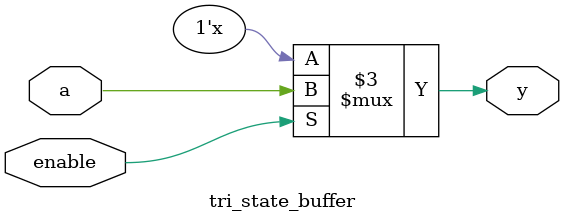
<source format=v>
`timescale 1ns / 1ps


module tri_state_buffer(input a,input enable,output reg y);
always@(*)
begin
if(enable)
begin 
y=a; 
end
else 
begin
y=1'bz;
end
end
endmodule

</source>
